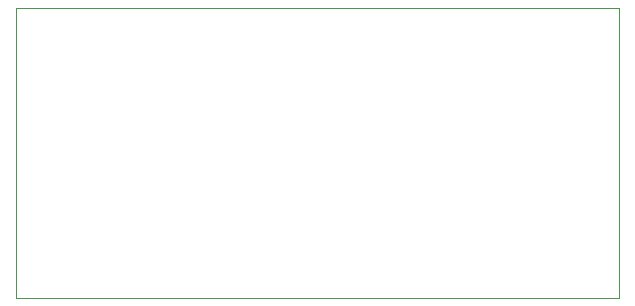
<source format=gbr>
%TF.GenerationSoftware,KiCad,Pcbnew,8.0.6*%
%TF.CreationDate,2024-10-21T22:45:32+01:00*%
%TF.ProjectId,buck,6275636b-2e6b-4696-9361-645f70636258,rev?*%
%TF.SameCoordinates,Original*%
%TF.FileFunction,Profile,NP*%
%FSLAX46Y46*%
G04 Gerber Fmt 4.6, Leading zero omitted, Abs format (unit mm)*
G04 Created by KiCad (PCBNEW 8.0.6) date 2024-10-21 22:45:32*
%MOMM*%
%LPD*%
G01*
G04 APERTURE LIST*
%TA.AperFunction,Profile*%
%ADD10C,0.100000*%
%TD*%
G04 APERTURE END LIST*
D10*
X97500000Y-65100000D02*
X148600000Y-65100000D01*
X148600000Y-89700000D01*
X97500000Y-89700000D01*
X97500000Y-65100000D01*
M02*

</source>
